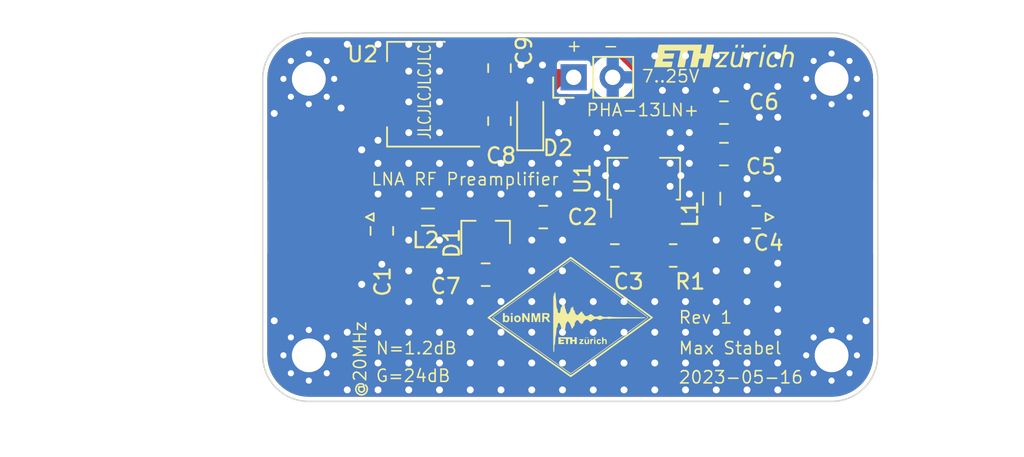
<source format=kicad_pcb>
(kicad_pcb (version 20221018) (generator pcbnew)
  (title_block (title "Low-noise RF Preamplifier") (date "2023-05-16") (rev "1") (company "ETH Zürich") (comment 1 "Maximilian Stabel") (comment 4 "AISLER Project ID: OPBJJFTR"))
  (layers (0 "F.Cu" mixed) (31 "B.Cu" power) (34 "B.Paste" user) (35 "F.Paste" user) (36 "B.SilkS" user "B.Silkscreen") (37 "F.SilkS" user "F.Silkscreen") (38 "B.Mask" user) (39 "F.Mask" user) (44 "Edge.Cuts" user))
  (net 0 "")
  (net 1 "GND")
  (net 2 "Net-(C3-Pad2)")
  (net 3 "VDD")
  (net 4 "+5V")
  (net 5 "Net-(D1-A)")
  (net 6 "/rf_in")
  (net 7 "/rf_lna_in")
  (net 8 "/rf_clamp")
  (net 9 "/rf_out")
  (net 10 "/rf_lna_out")
  (net 11 "Net-(#FLG02-pwr)")
  (footprint "Capacitor_SMD:C_0805_2012Metric" (layer "F.Cu") (at 161.586 90.086 180)
    (fp_text reference "C5" (at -2.4 -0.8 180) (layer "F.SilkS"))
    (fp_text value "1n,50V,10%")
    (pad "1" smd roundrect (at -0.95 0 180) (size 1 1.45) (layers "F.Cu" "F.Paste" "F.Mask") (net 1 "GND"))
    (pad "2" smd roundrect (at 0.95 0 180) (size 1 1.45) (layers "F.Cu" "F.Paste" "F.Mask") (net 4 "+5V"))
  )
  (footprint "Capacitor_SMD:C_0805_2012Metric" (layer "F.Cu") (at 146.086 97.936)
    (fp_text reference "C7" (at -2.6 0.75) (layer "F.SilkS"))
    (fp_text value "100n,50V,10%")
    (pad "1" smd roundrect (at -0.95 0) (size 1 1.45) (layers "F.Cu" "F.Paste" "F.Mask") (net 5 "Net-(D1-A)"))
    (pad "2" smd roundrect (at 0.95 0) (size 1 1.45) (layers "F.Cu" "F.Paste" "F.Mask") (net 1 "GND"))
  )
  (footprint "Capacitor_SMD:C_0805_2012Metric" (layer "F.Cu") (at 139.336 95.086 -90)
    (fp_text reference "C1" (at 3.3 -0.05 -90) (layer "F.SilkS"))
    (fp_text value "1p5,50V,10%")
    (pad "1" smd roundrect (at -0.95 0 270) (size 1 1.45) (layers "F.Cu" "F.Paste" "F.Mask") (net 6 "/rf_in"))
    (pad "2" smd roundrect (at 0.95 0 270) (size 1 1.45) (layers "F.Cu" "F.Paste" "F.Mask") (net 1 "GND"))
  )
  (footprint "Capacitor_SMD:C_0805_2012Metric" (layer "F.Cu") (at 161.586 87.386 180)
    (fp_text reference "C6" (at -2.6 0.7 180) (layer "F.SilkS"))
    (fp_text value "10u,25V,10%")
    (pad "1" smd roundrect (at -0.95 0 180) (size 1 1.45) (layers "F.Cu" "F.Paste" "F.Mask") (net 1 "GND"))
    (pad "2" smd roundrect (at 0.95 0 180) (size 1 1.45) (layers "F.Cu" "F.Paste" "F.Mask") (net 4 "+5V"))
  )
  (footprint "Connector_Coaxial:SMA_Molex_73251-1153_EdgeMount_Horizontal" (layer "F.Cu") (at 166.796 94.186 180)
    (fp_text reference "J2" hide)
    (fp_text value "RF_OUT" hide)
    (pad "1" smd rect locked (at -1.72 0 180) (size 5.08 2.29) (layers "F.Cu" "F.Paste" "F.Mask") (net 9 "/rf_out") (clearance 1))
    (pad "2" smd rect locked (at -1.72 -4.38 180) (size 5.08 2.42) (layers "F.Cu" "F.Paste" "F.Mask") (net 1 "GND"))
    (pad "2" smd rect locked (at -1.72 -4.38 180) (size 5.08 2.42) (layers "B.Cu" "B.Paste" "B.Mask") (net 1 "GND"))
    (pad "2" smd rect locked (at -1.72 4.38 180) (size 5.08 2.42) (layers "F.Cu" "F.Paste" "F.Mask") (net 1 "GND"))
    (pad "2" smd rect locked (at -1.72 4.38 180) (size 5.08 2.42) (layers "B.Cu" "B.Paste" "B.Mask") (net 1 "GND"))
    (pad "2" smd rect locked (at 1.27 -4.38 180) (size 0.95 0.46) (layers "F.Cu") (net 1 "GND"))
    (pad "2" smd rect locked (at 1.27 -4.38 180) (size 0.95 0.46) (layers "B.Cu") (net 1 "GND"))
    (pad "2" smd rect locked (at 1.27 4.38 180) (size 0.95 0.46) (layers "F.Cu") (net 1 "GND"))
    (pad "2" smd rect locked (at 1.27 4.38 180) (size 0.95 0.46) (layers "B.Cu") (net 1 "GND"))
    (pad "2" thru_hole circle locked (at 1.72 -4.38 180) (size 0.97 0.97) (drill 0.46) (layers "*.Cu") (net 1 "GND"))
    (pad "2" thru_hole circle locked (at 1.72 4.38 180) (size 0.97 0.97) (drill 0.46) (layers "*.Cu") (net 1 "GND"))
  )
  (footprint "Capacitor_SMD:C_0805_2012Metric" (layer "F.Cu") (at 163.686 94.186 180)
    (fp_text reference "C4" (at -0.8 -1.68 180) (layer "F.SilkS"))
    (fp_text value "2u2,25V,10%")
    (pad "1" smd roundrect (at -0.95 0 180) (size 1 1.45) (layers "F.Cu" "F.Paste" "F.Mask") (net 9 "/rf_out"))
    (pad "2" smd roundrect (at 0.95 0 180) (size 1 1.45) (layers "F.Cu" "F.Paste" "F.Mask") (net 10 "/rf_lna_out"))
  )
  (footprint "Resistor_SMD:R_0805_2012Metric" (layer "F.Cu") (at 158.286 96.686)
    (fp_text reference "R1" (at 1.1 1.7) (layer "F.SilkS"))
    (fp_text value "1k5,1%")
    (pad "1" smd roundrect (at -0.9125 0) (size 1.025 1.4) (layers "F.Cu" "F.Paste" "F.Mask") (roundrect_rratio 0.243902439) (net 2 "Net-(C3-Pad2)"))
    (pad "2" smd roundrect (at 0.9125 0) (size 1.025 1.4) (layers "F.Cu" "F.Paste" "F.Mask") (roundrect_rratio 0.243902439) (net 10 "/rf_lna_out"))
  )
  (footprint "Package_TO_SOT_SMD:SOT-89-3_Handsoldering" (layer "F.Cu") (at 156.3735 91.686 90)
    (fp_text reference "U1" (at 0 -3.9875 90) (layer "F.SilkS"))
    (fp_text value "PHA-13LN")
    (pad "1" smd rect (at -2.45 -1.5 90) (size 2.3 0.9) (layers "F.Cu" "F.Paste" "F.Mask") (net 7 "/rf_lna_in"))
    (pad "2" smd custom (at -2.3625 0 90) (size 2.475 0.9) (layers "F.Cu" "F.Paste" "F.Mask") (net 1 "GND") (options (clearance outline) (anchor rect)) (primitives (gr_poly (pts (xy 5.3625 0.8665) (xy 1.2375 0.8665) (xy 1.2375 -0.8665) (xy 5.3625 -0.8665)) (width 0) (fill yes))))
    (pad "3" smd rect (at -2.45 1.5 90) (size 2.3 0.9) (layers "F.Cu" "F.Paste" "F.Mask") (net 10 "/rf_lna_out"))
  )
  (footprint "Inductor_SMD:L_0805_2012Metric" (layer "F.Cu") (at 142.336 94.186)
    (fp_text reference "L2" (at -0.15 1.5) (layer "F.SilkS"))
    (fp_text value "5n1,5%,Unshld")
    (pad "1" smd roundrect (at -1.0625 0) (size 0.875 1.2) (layers "F.Cu" "F.Paste" "F.Mask") (net 6 "/rf_in"))
    (pad "2" smd roundrect (at 1.0625 0) (size 0.875 1.2) (layers "F.Cu" "F.Paste" "F.Mask") (net 8 "/rf_clamp"))
  )
  (footprint "Inductor_SMD:L_0805_2012Metric" (layer "F.Cu") (at 160.786 92.986 -90)
    (fp_text reference "L1" (at 1 1.4 -90) (layer "F.SilkS"))
    (fp_text value "15u")
    (pad "1" smd roundrect (at -1.0625 0 270) (size 0.875 1.2) (layers "F.Cu" "F.Paste" "F.Mask") (net 4 "+5V"))
    (pad "2" smd roundrect (at 1.0625 0 270) (size 0.875 1.2) (layers "F.Cu" "F.Paste" "F.Mask") (net 10 "/rf_lna_out"))
  )
  (footprint "Package_TO_SOT_SMD:SOT-23" (layer "F.Cu") (at 146.086 95.186 90)
    (fp_text reference "D1" (at -0.7 -2.2 90) (layer "F.SilkS"))
    (fp_text value "BAV99")
    (pad "1" smd rect (at -1 -0.95 90) (size 0.9 0.8) (layers "F.Cu" "F.Paste" "F.Mask") (net 5 "Net-(D1-A)"))
    (pad "2" smd rect (at -1 0.95 90) (size 0.9 0.8) (layers "F.Cu" "F.Paste" "F.Mask") (net 5 "Net-(D1-A)"))
    (pad "3" smd rect (at 1 0 90) (size 0.9 0.8) (layers "F.Cu" "F.Paste" "F.Mask") (net 8 "/rf_clamp"))
  )
  (footprint "Connector_Coaxial:SMA_Molex_73251-1153_EdgeMount_Horizontal" (layer "F.Cu") (at 136.306 94.186)
    (fp_text reference "J1" hide)
    (fp_text value "RF_IN" hide)
    (pad "1" smd rect locked (at -1.72 0) (size 5.08 2.29) (layers "F.Cu" "F.Paste" "F.Mask") (net 6 "/rf_in") (clearance 1))
    (pad "2" smd rect locked (at -1.72 -4.38) (size 5.08 2.42) (layers "F.Cu" "F.Paste" "F.Mask") (net 1 "GND"))
    (pad "2" smd rect locked (at -1.72 -4.38) (size 5.08 2.42) (layers "B.Cu" "B.Paste" "B.Mask") (net 1 "GND"))
    (pad "2" smd rect locked (at -1.72 4.38) (size 5.08 2.42) (layers "F.Cu" "F.Paste" "F.Mask") (net 1 "GND"))
    (pad "2" smd rect locked (at -1.72 4.38) (size 5.08 2.42) (layers "B.Cu" "B.Paste" "B.Mask") (net 1 "GND"))
    (pad "2" smd rect locked (at 1.27 -4.38) (size 0.95 0.46) (layers "F.Cu") (net 1 "GND"))
    (pad "2" smd rect locked (at 1.27 -4.38) (size 0.95 0.46) (layers "B.Cu") (net 1 "GND"))
    (pad "2" smd rect locked (at 1.27 4.38) (size 0.95 0.46) (layers "F.Cu") (net 1 "GND"))
    (pad "2" smd rect locked (at 1.27 4.38) (size 0.95 0.46) (layers "B.Cu") (net 1 "GND"))
    (pad "2" thru_hole circle locked (at 1.72 -4.38) (size 0.97 0.97) (drill 0.46) (layers "*.Cu") (net 1 "GND"))
    (pad "2" thru_hole circle locked (at 1.72 4.38) (size 0.97 0.97) (drill 0.46) (layers "*.Cu") (net 1 "GND"))
  )
  (footprint "Capacitor_SMD:C_0805_2012Metric" (layer "F.Cu") (at 149.836 94.186 180)
    (fp_text reference "C2" (at -2.55 0 180) (layer "F.SilkS"))
    (fp_text value "2u2,25V,10%")
    (pad "1" smd roundrect (at -0.95 0 180) (size 1 1.45) (layers "F.Cu" "F.Paste" "F.Mask") (net 7 "/rf_lna_in"))
    (pad "2" smd roundrect (at 0.95 0 180) (size 1 1.45) (layers "F.Cu" "F.Paste" "F.Mask") (net 8 "/rf_clamp"))
  )
  (footprint "Package_TO_SOT_SMD:SOT-223-3_TabPin2" (layer "F.Cu") (at 141.586 86.186 180)
    (fp_text reference "U2" (at 3.5 2.6) (layer "F.SilkS"))
    (fp_text value "7805")
    (pad "1" smd rect (at -3.15 -2.3 180) (size 2 1.5) (layers "F.Cu" "F.Paste" "F.Mask") (net 11 "Net-(#FLG02-pwr)"))
    (pad "2" smd rect (at -3.15 0 180) (size 2 1.5) (layers "F.Cu" "F.Paste" "F.Mask") (net 1 "GND"))
    (pad "2" smd rect (at 3.15 0 180) (size 2 3.8) (layers "F.Cu" "F.Paste" "F.Mask") (net 1 "GND"))
    (pad "3" smd rect (at -3.15 2.3 180) (size 2 1.5) (layers "F.Cu" "F.Paste" "F.Mask") (net 4 "+5V"))
  )
  (footprint "Capacitor_SMD:C_0805_2012Metric" (layer "F.Cu") (at 154.486 96.686)
    (fp_text reference "C3" (at 0.9 1.7) (layer "F.SilkS"))
    (fp_text value "100n,50V,10%")
    (pad "1" smd roundrect (at -0.95 0) (size 1 1.45) (layers "F.Cu" "F.Paste" "F.Mask") (net 7 "/rf_lna_in"))
    (pad "2" smd roundrect (at 0.95 0) (size 1 1.45) (layers "F.Cu" "F.Paste" "F.Mask") (net 2 "Net-(C3-Pad2)"))
  )
  (footprint "Connector_PinHeader_2.54mm:PinHeader_1x02_P2.54mm_Vertical" (layer "F.Cu") (at 151.811 85.086 90)
    (fp_text reference "J3" hide)
    (fp_text value "Power")
    (pad "1" thru_hole rect (at 0 0 90) (size 1.7 1.7) (drill 1) (layers "*.Cu" "*.Mask") (net 3 "VDD"))
    (pad "2" thru_hole oval (at 0 2.54 90) (size 1.7 1.7) (drill 1) (layers "*.Cu" "*.Mask") (net 1 "GND"))
  )
  (footprint "Capacitor_SMD:C_0805_2012Metric" (layer "F.Cu") (at 146.986 87.936 90)
    (fp_text reference "C8" (at -2.25 0.1) (layer "F.SilkS"))
    (fp_text value "1u,50V,10%")
    (pad "1" smd roundrect (at -0.95 0 90) (size 1 1.45) (layers "F.Cu" "F.Paste" "F.Mask") (net 11 "Net-(#FLG02-pwr)"))
    (pad "2" smd roundrect (at 0.95 0 90) (size 1 1.45) (layers "F.Cu" "F.Paste" "F.Mask") (net 1 "GND"))
  )
  (footprint "Capacitor_SMD:C_0805_2012Metric" (layer "F.Cu") (at 146.986 84.486 -90)
    (fp_text reference "C9" (at -1.1 -1.6 -90) (layer "F.SilkS"))
    (fp_text value "1u,50V,10%")
    (pad "1" smd roundrect (at -0.95 0 270) (size 1 1.45) (layers "F.Cu" "F.Paste" "F.Mask") (net 4 "+5V"))
    (pad "2" smd roundrect (at 0.95 0 270) (size 1 1.45) (layers "F.Cu" "F.Paste" "F.Mask") (net 1 "GND"))
  )
  (footprint "Diode_SMD:D_SOD-323_HandSoldering" (layer "F.Cu") (at 148.986 87.936 90)
    (fp_text reference "D2" (at -1.75 1.8 180) (layer "F.SilkS"))
    (fp_text value "BAS321Z")
    (pad "1" smd rect (at -1.25 0 90) (size 1 1) (layers "F.Cu" "F.Paste" "F.Mask") (net 11 "Net-(#FLG02-pwr)"))
    (pad "2" smd rect (at 1.25 0 90) (size 1 1) (layers "F.Cu" "F.Paste" "F.Mask") (net 3 "VDD"))
  )
  (footprint "LOGO" (layer "F.Cu") (at 151.586 100.686)
    (fp_text reference "G***" hide)
    (fp_text value "LOGO" hide)
  )
  (footprint "MountingHole:MountingHole_2.2mm_M2_Pad_Via" (layer "F.Cu") (at 134.586 85.186 180)
    (fp_text reference "H1" hide)
    (fp_text value "MountingHole_Pad" hide)
    (pad "1" thru_hole circle locked (at -1.65 0 180) (size 0.7 0.7) (drill 0.4) (layers "*.Cu" "*.Mask") (net 1 "GND"))
    (pad "1" thru_hole circle locked (at -1.166726 -1.166726 180) (size 0.7 0.7) (drill 0.4) (layers "*.Cu" "*.Mask") (net 1 "GND"))
    (pad "1" thru_hole circle locked (at -1.166726 1.166726 180) (size 0.7 0.7) (drill 0.4) (layers "*.Cu" "*.Mask") (net 1 "GND"))
    (pad "1" thru_hole circle locked (at 0 -1.65 180) (size 0.7 0.7) (drill 0.4) (layers "*.Cu" "*.Mask") (net 1 "GND"))
    (pad "1" thru_hole circle locked (at 0 0 180) (size 4.4 4.4) (drill 2.2) (layers "*.Cu" "*.Mask") (net 1 "GND"))
    (pad "1" thru_hole circle locked (at 0 1.65 180) (size 0.7 0.7) (drill 0.4) (layers "*.Cu" "*.Mask") (net 1 "GND"))
    (pad "1" thru_hole circle locked (at 1.166726 -1.166726 180) (size 0.7 0.7) (drill 0.4) (layers "*.Cu" "*.Mask") (net 1 "GND"))
    (pad "1" thru_hole circle locked (at 1.166726 1.166726 180) (size 0.7 0.7) (drill 0.4) (layers "*.Cu" "*.Mask") (net 1 "GND"))
    (pad "1" thru_hole circle locked (at 1.65 0 180) (size 0.7 0.7) (drill 0.4) (layers "*.Cu" "*.Mask") (net 1 "GND"))
  )
  (footprint "LOGO" (layer "F.Cu") (at 161.586 83.686)
    (fp_text reference "G***" hide)
    (fp_text value "LOGO" hide)
  )
  (footprint "MountingHole:MountingHole_2.2mm_M2_Pad_Via" (layer "F.Cu") (at 168.586 103.186 180)
    (fp_text reference "H4" hide)
    (fp_text value "MountingHole_Pad" hide)
    (pad "1" thru_hole circle locked (at -1.65 0 180) (size 0.7 0.7) (drill 0.4) (layers "*.Cu" "*.Mask") (net 1 "GND"))
    (pad "1" thru_hole circle locked (at -1.166726 -1.166726 180) (size 0.7 0.7) (drill 0.4) (layers "*.Cu" "*.Mask") (net 1 "GND"))
    (pad "1" thru_hole circle locked (at -1.166726 1.166726 180) (size 0.7 0.7) (drill 0.4) (layers "*.Cu" "*.Mask") (net 1 "GND"))
    (pad "1" thru_hole circle locked (at 0 -1.65 180) (size 0.7 0.7) (drill 0.4) (layers "*.Cu" "*.Mask") (net 1 "GND"))
    (pad "1" thru_hole circle locked (at 0 0 180) (size 4.4 4.4) (drill 2.2) (layers "*.Cu" "*.Mask") (net 1 "GND"))
    (pad "1" thru_hole circle locked (at 0 1.65 180) (size 0.7 0.7) (drill 0.4) (layers "*.Cu" "*.Mask") (net 1 "GND"))
    (pad "1" thru_hole circle locked (at 1.166726 -1.166726 180) (size 0.7 0.7) (drill 0.4) (layers "*.Cu" "*.Mask") (net 1 "GND"))
    (pad "1" thru_hole circle locked (at 1.166726 1.166726 180) (size 0.7 0.7) (drill 0.4) (layers "*.Cu" "*.Mask") (net 1 "GND"))
    (pad "1" thru_hole circle locked (at 1.65 0 180) (size 0.7 0.7) (drill 0.4) (layers "*.Cu" "*.Mask") (net 1 "GND"))
  )
  (footprint "MountingHole:MountingHole_2.2mm_M2_Pad_Via" (layer "F.Cu") (at 134.586 103.186 180)
    (fp_text reference "H3" hide)
    (fp_text value "MountingHole_Pad" hide)
    (pad "1" thru_hole circle locked (at -1.65 0 180) (size 0.7 0.7) (drill 0.4) (layers "*.Cu" "*.Mask") (net 1 "GND"))
    (pad "1" thru_hole circle locked (at -1.166726 -1.166726 180) (size 0.7 0.7) (drill 0.4) (layers "*.Cu" "*.Mask") (net 1 "GND"))
    (pad "1" thru_hole circle locked (at -1.166726 1.166726 180) (size 0.7 0.7) (drill 0.4) (layers "*.Cu" "*.Mask") (net 1 "GND"))
    (pad "1" thru_hole circle locked (at 0 -1.65 180) (size 0.7 0.7) (drill 0.4) (layers "*.Cu" "*.Mask") (net 1 "GND"))
    (pad "1" thru_hole circle locked (at 0 0 180) (size 4.4 4.4) (drill 2.2) (layers "*.Cu" "*.Mask") (net 1 "GND"))
    (pad "1" thru_hole circle locked (at 0 1.65 180) (size 0.7 0.7) (drill 0.4) (layers "*.Cu" "*.Mask") (net 1 "GND"))
    (pad "1" thru_hole circle locked (at 1.166726 -1.166726 180) (size 0.7 0.7) (drill 0.4) (layers "*.Cu" "*.Mask") (net 1 "GND"))
    (pad "1" thru_hole circle locked (at 1.166726 1.166726 180) (size 0.7 0.7) (drill 0.4) (layers "*.Cu" "*.Mask") (net 1 "GND"))
    (pad "1" thru_hole circle locked (at 1.65 0 180) (size 0.7 0.7) (drill 0.4) (layers "*.Cu" "*.Mask") (net 1 "GND"))
  )
  (footprint "MountingHole:MountingHole_2.2mm_M2_Pad_Via" (layer "F.Cu") (at 168.586 85.186 180)
    (fp_text reference "H2" hide)
    (fp_text value "MountingHole_Pad" hide)
    (pad "1" thru_hole circle locked (at -1.65 0 180) (size 0.7 0.7) (drill 0.4) (layers "*.Cu" "*.Mask") (net 1 "GND"))
    (pad "1" thru_hole circle locked (at -1.166726 -1.166726 180) (size 0.7 0.7) (drill 0.4) (layers "*.Cu" "*.Mask") (net 1 "GND"))
    (pad "1" thru_hole circle locked (at -1.166726 1.166726 180) (size 0.7 0.7) (drill 0.4) (layers "*.Cu" "*.Mask") (net 1 "GND"))
    (pad "1" thru_hole circle locked (at 0 -1.65 180) (size 0.7 0.7) (drill 0.4) (layers "*.Cu" "*.Mask") (net 1 "GND"))
    (pad "1" thru_hole circle locked (at 0 0 180) (size 4.4 4.4) (drill 2.2) (layers "*.Cu" "*.Mask") (net 1 "GND"))
    (pad "1" thru_hole circle locked (at 0 1.65 180) (size 0.7 0.7) (drill 0.4) (layers "*.Cu" "*.Mask") (net 1 "GND"))
    (pad "1" thru_hole circle locked (at 1.166726 -1.166726 180) (size 0.7 0.7) (drill 0.4) (layers "*.Cu" "*.Mask") (net 1 "GND"))
    (pad "1" thru_hole circle locked (at 1.166726 1.166726 180) (size 0.7 0.7) (drill 0.4) (layers "*.Cu" "*.Mask") (net 1 "GND"))
    (pad "1" thru_hole circle locked (at 1.65 0 180) (size 0.7 0.7) (drill 0.4) (layers "*.Cu" "*.Mask") (net 1 "GND"))
  )
  (gr_arc locked (start 131.586 85.186) (mid 132.46468 83.06468) (end 134.586 82.186) (stroke (width 0.1)) (layer "Edge.Cuts"))
  (gr_line locked (start 171.586 85.186) (end 171.586 103.186) (stroke (width 0.1)) (layer "Edge.Cuts"))
  (gr_arc locked (start 168.586 82.186) (mid 170.70732 83.06468) (end 171.586 85.186) (stroke (width 0.1)) (layer "Edge.Cuts"))
  (gr_arc locked (start 171.586 103.186) (mid 170.70732 105.30732) (end 168.586 106.186) (stroke (width 0.1)) (layer "Edge.Cuts"))
  (gr_line locked (start 134.586 82.186) (end 168.586 82.186) (stroke (width 0.1)) (layer "Edge.Cuts"))
  (gr_line locked (start 168.586 106.186) (end 134.586 106.186) (stroke (width 0.1)) (layer "Edge.Cuts"))
  (gr_arc locked (start 134.586 106.186) (mid 132.46468 105.30732) (end 131.586 103.186) (stroke (width 0.1)) (layer "Edge.Cuts"))
  (gr_line locked (start 131.586 103.186) (end 131.586 85.186) (stroke (width 0.1)) (layer "Edge.Cuts"))
  (gr_text "+" (at 151.286 83.486) (layer "F.SilkS") (effects (font (size 0.8 0.8) (thickness 0.1)) (justify left bottom)))
  (gr_text "2023-05-16" (at 158.586 105.086) (layer "F.SilkS") (effects (font (size 0.8 0.8) (thickness 0.1)) (justify left bottom)))
  (gr_text "LNA RF Preamplifier" (at 138.586 92.186) (layer "F.SilkS") (effects (font (size 0.8 0.8) (thickness 0.1)) (justify left bottom)))
  (gr_text "-" (at 154.786 82.686 180) (layer "F.SilkS") (effects (font (size 0.8 0.8) (thickness 0.1)) (justify left bottom)))
  (gr_text "JLCJLCJLCJLC" (at 142.586 89.186 90) (layer "F.SilkS") (effects (font (size 0.8 0.6) (thickness 0.1)) (justify left bottom)))
  (gr_text "Rev 1" (at 158.586 101.186) (layer "F.SilkS") (effects (font (size 0.8 0.8) (thickness 0.1)) (justify left bottom)))
  (gr_text "@20MHz" (at 138.386 105.986 90) (layer "F.SilkS") (effects (font (size 0.8 0.8) (thickness 0.1)) (justify left bottom)))
  (gr_text "N=1.2dB" (at 138.886 103.186) (layer "F.SilkS") (effects (font (size 0.8 0.8) (thickness 0.1)) (justify left bottom)))
  (gr_text "Max Stabel" (at 158.586 103.186) (layer "F.SilkS") (effects (font (size 0.8 0.8) (thickness 0.1)) (justify left bottom)))
  (gr_text "PHA-13LN+" (at 152.586 87.686) (layer "F.SilkS") (effects (font (size 0.8 0.8) (thickness 0.1)) (justify left bottom)))
  (gr_text "G=24dB" (at 138.886 104.986) (layer "F.SilkS") (effects (font (size 0.8 0.8) (thickness 0.1)) (justify left bottom)))
  (gr_text "7..25V" (at 156.186 85.486) (layer "F.SilkS") (effects (font (size 0.8 0.8) (thickness 0.1)) (justify left bottom)))
  (segment (start 162.7235 87.286) (end 162.7235 90.086) (width 1) (layer "F.Cu") (net 1))
  (segment (start 146.111 99.361) (end 138.821 99.361) (width 1) (layer "F.Cu") (net 1))
  (segment (start 168.516 98.566) (end 168.516 103.116) (width 1) (layer "F.Cu") (net 1))
  (segment (start 146.986 85.436) (end 146.986 86.986) (width 1) (layer "F.Cu") (net 1))
  (segment (start 139.336 96.2235) (end 139.336 97.256) (width 1) (layer "F.Cu") (net 1))
  (segment (start 165.056 89.786) (end 165.076 89.806) (width 1) (layer "F.Cu") (net 1))
  (segment (start 168.516 103.116) (end 168.586 103.186) (width 1) (layer "F.Cu") (net 1))
  (segment (start 162.7235 90.086) (end 163.0235 89.786) (width 1) (layer "F.Cu") (net 1))
  (segment (start 144.736 86.186) (end 146.236 86.186) (width 1) (layer "F.Cu") (net 1))
  (segment (start 138.821 99.361) (end 138.026 98.566) (width 1) (layer "F.Cu") (net 1))
  (segment (start 153.336 88.686) (end 156.3735 91.7235) (width 0.5) (layer "F.Cu") (net 1))
  (segment (start 147.036 97.936) (end 147.036 98.436) (width 1) (layer "F.Cu") (net 1))
  (segment (start 163.0235 89.786) (end 165.056 89.786) (width 1) (layer "F.Cu") (net 1))
  (segment (start 139.336 97.256) (end 138.026 98.566) (width 1) (layer "F.Cu") (net 1))
  (segment (start 147.136 85.286) (end 146.986 85.436) (width 0.5) (layer "F.Cu") (net 1))
  (segment (start 146.236 86.186) (end 146.986 85.436) (width 1) (layer "F.Cu") (net 1))
  (segment (start 168.586 89.736) (end 168.516 89.806) (width 1) (layer "F.Cu") (net 1))
  (segment (start 135.586 86.186) (end 134.586 85.186) (width 1) (layer "F.Cu") (net 1))
  (segment (start 146.986 86.986) (end 146.986 86.936) (width 1) (layer "F.Cu") (net 1))
  (segment (start 134.586 103.186) (end 134.586 98.566) (width 1) (layer "F.Cu") (net 1))
  (segment (start 138.436 86.186) (end 144.736 86.186) (width 1) (layer "F.Cu") (net 1))
  (segment (start 147.036 98.436) (end 146.111 99.361) (width 1) (layer "F.Cu") (net 1))
  (segment (start 156.3735 91.6485) (end 159.336 88.686) (width 0.5) (layer "F.Cu") (net 1))
  (segment (start 146.986 86.936) (end 146.236 86.186) (width 1) (layer "F.Cu") (net 1))
  (segment (start 134.586 85.186) (end 134.586 89.806) (width 1) (layer "F.Cu") (net 1))
  (segment (start 148.986 85.286) (end 147.136 85.286) (width 0.5) (layer "F.Cu") (net 1))
  (segment (start 168.586 85.186) (end 168.586 89.736) (width 1) (layer "F.Cu") (net 1))
  (via (at 163.086 101.686) (size 0.8) (drill 0.45) (layers "F.Cu" "B.Cu") (net 1))
  (via (at 161.086 85.936) (size 0.8) (drill 0.45) (layers "F.Cu" "B.Cu") (net 1))
  (via (at 143.086 103.686) (size 0.8) (drill 0.45) (layers "F.Cu" "B.Cu") (net 1))
  (via (at 151.086 105.436) (size 0.8) (drill 0.45) (layers "F.Cu" "B.Cu") (net 1))
  (via (at 155.086 105.436) (size 0.8) (drill 0.45) (layers "F.Cu" "B.Cu") (net 1))
  (via (at 161.086 83.686) (size 0.8) (drill 0.45) (layers "F.Cu" "B.Cu") (net 1))
  (via (at 151.058251 86.672627) (size 0.8) (drill 0.45) (layers "F.Cu" "B.Cu") (net 1))
  (via (at 161.086 101.686) (size 0.8) (drill 0.45) (layers "F.Cu" "B.Cu") (net 1))
  (via (at 159.336 90.686) (size 0.8) (drill 0.45) (layers "F.Cu" "B.Cu") (net 1))
  (via (at 155.086 101.686) (size 0.8) (drill 0.45) (layers "F.Cu" "B.Cu") (net 1))
  (via (at 151.086 101.686) (size 0.8) (drill 0.45) (layers "F.Cu" "B.Cu") (net 1))
  (via (at 141.086 97.686) (size 0.8) (drill 0.45) (layers "F.Cu" "B.Cu") (net 1))
  (via (at 165.086 87.686) (size 0.8) (drill 0.45) (layers "F.Cu" "B.Cu") (net 1))
  (via (at 150.836 88.686) (size 0.8) (drill 0.45) (layers "F.Cu" "B.Cu") (net 1))
  (via (at 163.086 103.686) (size 0.8) (drill 0.45) (layers "F.Cu" "B.Cu") (net 1))
  (via (at 143.086 101.686) (size 0.8) (drill 0.45) (layers "F.Cu" "B.Cu") (net 1))
  (via (at 143.086 105.436) (size 0.8) (drill 0.45) (layers "F.Cu" "B.Cu") (net 1))
  (via (at 149.086 101.686) (size 0.8) (drill 0.45) (layers "F.Cu" "B.Cu") (net 1))
  (via (at 137.086 82.936) (size 0.8) (drill 0.45) (layers "F.Cu" "B.Cu") (net 1))
  (via (at 157.586 85.936) (size 0.8) (drill 0.45) (layers "F.Cu" "B.Cu") (net 1))
  (via (at 141.086 103.686) (size 0.8) (drill 0.45) (layers "F.Cu" "B.Cu") (net 1))
  (via (at 163.086 105.436) (size 0.8) (drill 0.45) (layers "F.Cu" "B.Cu") (net 1))
  (via (at 143.086 99.686) (size 0.8) (drill 0.45) (layers "F.Cu" "B.Cu") (net 1))
  (via (at 141.086 86.686) (size 0.8) (drill 0.45) (layers "F.Cu" "B.Cu") (net 1))
  (via (at 154.586 92.186) (size 0.8) (drill 0.45) (layers "F.Cu" "B.Cu") (net 1))
  (via (at 150.836 92.686) (size 0.8) (drill 0.45) (layers "F.Cu" "B.Cu") (net 1))
  (via (at 163.086 99.686) (size 0.8) (drill 0.45) (layers "F.Cu" "B.Cu") (net 1))
  (via (at 149.086 92.686) (size 0.8) (drill 0.45) (layers "F.Cu" "B.Cu") (net 1))
  (via (at 170.836 100.936) (size 0.8) (drill 0.45) (layers "F.Cu" "B.Cu") (net 1))
  (via (at 165.086 101.686) (size 0.8) (drill 0.45) (layers "F.Cu" "B.Cu") (net 1))
  (via (at 161.086 103.686) (size 0.8) (drill 0.45) (layers "F.Cu" "B.Cu") (net 1))
  (via (at 165.086 91.686) (size 0.8) (drill 0.45) (layers "F.Cu" "B.Cu") (net 1))
  (via (at 157.086 105.436) (size 0.8) (drill 0.45) (layers "F.Cu" "B.Cu") (net 1))
  (via (at 136.686 87.086) (size 0.8) (drill 0.45) (layers "F.Cu" "B.Cu") (net 1))
  (via (at 163.086 95.686) (size 0.8) (drill 0.45) (layers "F.Cu" "B.Cu") (net 1))
  (via (at 145.086 105.436) (size 0.8) (drill 0.45) (layers "F.Cu" "B.Cu") (net 1))
  (via (at 143.086 84.686) (size 0.8) (drill 0.45) (layers "F.Cu" "B.Cu") (net 1))
  (via (at 153.336 88.686) (size 0.8) (drill 0.45) (layers "F.Cu" "B.Cu") (net 1))
  (via (at 143.086 86.686) (size 0.8) (drill 0.45) (layers "F.Cu" "B.Cu") (net 1))
  (via (at 153.336 92.686) (size 0.8) (drill 0.45) (layers "F.Cu" "B.Cu") (net 1))
  (via (at 158.086 88.686) (size 0.8) (drill 0.45) (layers "F.Cu" "B.Cu") (net 1))
  (via (at 143.086 95.686) (size 0.8) (drill 0.45) (layers "F.Cu" "B.Cu") (net 1))
  (via (at 149.086 95.686) (size 0.8) (drill 0.45) (layers "F.Cu" "B.Cu") (net 1))
  (via (at 158.786 89.686) (size 0.8) (drill 0.45) (layers "F.Cu" "B.Cu") (net 1))
  (via (at 141.086 82.936) (size 0.8) (drill 0.45) (layers "F.Cu" "B.Cu") (net 1))
  (via (at 147.086 103.686) (size 0.8) (drill 0.45) (layers "F.Cu" "B.Cu") (net 1))
  (via (at 145.086 99.686) (size 0.8) (drill 0.45) (layers "F.Cu" "B.Cu") (net 1))
  (via (at 163.886 87.686) (size 0.8) (drill 0.45) (layers "F.Cu" "B.Cu") (net 1))
  (via (at 158.086 90.686) (size 0.8) (drill 0.45) (layers "F.Cu" "B.Cu") (net 1))
  (via (at 158.086 92.186) (size 0.8) (drill 0.45) (layers "F.Cu" "B.Cu") (net 1))
  (via (at 139.086 105.436) (size 0.8) (drill 0.45) (layers "F.Cu" "B.Cu") (net 1))
  (via (at 155.086 103.686) (size 0.8) (drill 0.45) (layers "F.Cu" "B.Cu") (net 1))
  (via (at 163.086 92.686) (size 0.8) (drill 0.45) (layers "F.Cu" "B.Cu") (net 1))
  (via (at 141.086 95.686) (size 0.8) (drill 0.45) (layers "F.Cu" "B.Cu") (net 1))
  (via (at 159.086 105.436) (size 0.8) (drill 0.45) (layers "F.Cu" "B.Cu") (net 1))
  (via (at 139.086 103.686) (size 0.8) (drill 0.45) (layers "F.Cu" "B.Cu") (net 1))
  (via (at 149.086 90.686) (size 0.8) (drill 0.45) (layers "F.Cu" "B.Cu") (net 1))
  (via (at 159.086 99.686) (size 0.8) (drill 0.45) (layers "F.Cu" "B.Cu") (net 1))
  (via (at 141.086 84.686) (size 0.8) (drill 0.45) (layers "F.Cu" "B.Cu") (net 1))
  (via (at 170.836 87.436) (size 0.8) (drill 0.45) (layers "F.Cu" "B.Cu") (net 1))
  (via (at 159.086 103.686) (size 0.8) (drill 0.45) (layers "F.Cu" "B.Cu") (net 1))
  (via (at 139.086 92.686) (size 0.8) (drill 0.45) (layers "F.Cu" "B.Cu") (net 1))
  (via (at 149.086 97.686) (size 0.8) (drill 0.45) (layers "F.Cu" "B.Cu") (net 1))
  (via (at 139.336 97.256) (size 0.8) (drill 0.45) (layers "F.Cu" "B.Cu") (net 1))
  (via (at 161.086 99.686) (size 0.8) (drill 0.45) (layers "F.Cu" "B.Cu") (net 1))
  (via (at 149.786 84.286) (size 0.8) (drill 0.45) (layers "F.Cu" "B.Cu") (net 1))
  (via (at 165.086 103.686) (size 0.8) (drill 0.45) (layers "F.Cu" "B.Cu") (net 1))
  (via (at 157.086 99.686) (size 0.8) (drill 0.45) (layers "F.Cu" "B.Cu") (net 1))
  (via (at 143.086 92.686) (size 0.8) (drill 0.45) (layers "F.Cu" "B.Cu") (net 1))
  (via (at 147.086 101.686) (size 0.8) (drill 0.45) (layers "F.Cu" "B.Cu") (net 1))
  (via (at 153.086 99.686) (size 0.8) (drill 0.45) (layers "F.Cu" "B.Cu") (net 1))
  (via (at 141.086 99.686) (size 0.8) (drill 0.45) (layers "F.Cu" "B.Cu") (net 1))
  (via (at 161.086 105.436) (size 0.8) (drill 0.45) (layers "F.Cu" "B.Cu") (net 1))
  (via (at 141.086 88.686) (size 0.8) (drill 0.45) (layers "F.Cu" "B.Cu") (net 1))
  (via (at 153.086 103.686) (size 0.8) (drill 0.45) (layers "F.Cu" "B.Cu") (net 1))
  (via (at 165.086 83.686) (size 0.8) (drill 0.45) (layers "F.Cu" "B.Cu") (net 1))
  (via (at 139.086 101.686) (size 0.8) (drill 0.45) (layers "F.Cu" "B.Cu") (net 1))
  (via (at 154.586 90.686) (size 0.8) (drill 0.45) (layers "F.Cu" "B.Cu") (net 1))
  (via (at 157.086 103.686) (size 0.8) (drill 0.45) (layers "F.Cu" "B.Cu") (net 1))
  (via (at 139.086 90.686) (size 0.8) (drill 0.45) (layers "F.Cu" "B.Cu") (net 1))
  (via (at 150.836 90.686) (size 0.8) (drill 0.45) (layers "F.Cu" "B.Cu") (net 1))
  (via (at 148.986 85.286) (size 0.8) (drill 0.45) (layers "F.Cu" "B.Cu") (net 1))
  (via (at 161.086 95.686) (size 0.8) (drill 0.45) (layers "F.Cu" "B.Cu") (net 1))
  (via (at 145.086 92.686) (size 0.8) (drill 0.45) (layers "F.Cu" "B.Cu") (net 1))
  (via (at 149.086 99.686) (size 0.8) (drill 0.45) (layers "F.Cu" "B.Cu") (net 1))
  (via (at 149.086 105.436) (size 0.8) (drill 0.45) (layers "F.Cu" "B.Cu") (net 1))
  (via (at 158.786 91.486) (size 0.8) (drill 0.45) (layers "F.Cu" "B.Cu") (net 1))
  (via (at 132.336 100.936) (size 0.8) (drill 0.45) (layers "F.Cu" "B.Cu") (net 1))
  (via (at 151.086 95.686) (size 0.8) (drill 0.45) (layers "F.Cu" "B.Cu") (net 1))
  (via (at 155.086 99.686) (size 0.8) (drill 0.45) (layers "F.Cu" "B.Cu") (net 1))
  (via (at 163.086 85.686) (size 0.8) (drill 0.45) (layers "F.Cu" "B.Cu") (net 1))
  (via (at 153.086 105.436) (size 0.8) (drill 0.45) (layers "F.Cu" "B.Cu") (net 1))
  (via (at 148.386 84.286) (size 0.8) (drill 0.45) (layers "F.Cu" "B.Cu") (net 1))
  (via (at 143.086 90.686) (size 0.8) (drill 0.45) (layers "F.Cu" "B.Cu") (net 1))
  (via (at 141.086 105.436) (size 0.8) (drill 0.45) (layers "F.Cu" "B.Cu") (net 1))
  (via (at 147.086 105.436) (size 0.8) (drill 0.45) (layers "F.Cu" "B.Cu") (net 1))
  (via (at 139.086 82.936) (size 0.8) (drill 0.45) (layers "F.Cu" "B.Cu") (net 1))
  (via (at 153.986 89.686) (size 0.8) (drill 0.45) (layers "F.Cu" "B.Cu") (net 1))
  (via (at 151.086 99.686) (size 0.8) (drill 0.45) (layers "F.Cu" "B.Cu") (net 1))
  (via (at 143.086 82.936) (size 0.8) (drill 0.45) (layers "F.Cu" "B.Cu") (net 1))
  (via (at 163.086 83.686) (size 0.8) (drill 0.45) (layers "F.Cu" "B.Cu") (net 1))
  (via (at 145.086 90.686) (size 0.8) (drill 0.45) (layers "F.Cu" "B.Cu") (net 1))
  (via (at 141.086 92.686) (size 0.8) (drill 0.45) (layers "F.Cu" "B.Cu") (net 1))
  (via (at 161.086 97.686) (size 0.8) (drill 0.45) (layers "F.Cu" "B.Cu") (net 1))
  (via (at 154.586 88.686) (size 0.8) (drill 0.45) (layers "F.Cu" "B.Cu") (net 1))
  (via (at 157.086 101.686) (size 0.8) (drill 0.45) (layers "F.Cu" "B.Cu") (net 1))
  (via (at 151.086 103.686) (size 0.8) (drill 0.45) (layers "F.Cu" "B.Cu") (net 1))
  (via (at 157.086 83.686) (size 0.8) (drill 0.45) (layers "F.Cu" "B.Cu") (net 1))
  (via (at 137.086 101.686) (size 0.8) (drill 0.45) (layers "F.Cu" "B.Cu") (net 1))
  (via (at 145.086 103.686) (size 0.8) (drill 0.45) (layers "F.Cu" "B.Cu") (net 1))
  (via (at 143.086 97.686) (size 0.8) (drill 0.45) (layers "F.Cu" "B.Cu") (net 1))
  (via (at 137.086 105.436) (size 0.8) (drill 0.45) (layers "F.Cu" "B.Cu") (net 1))
  (via (at 147.086 99.686) (size 0.8) (drill 0.45) (layers "F.Cu" "B.Cu") (net 1))
  (via (at 147.086 90.686) (size 0.8) (drill 0.45) (layers "F.Cu" "B.Cu") (net 1))
  (via (at 153.086 101.686) (size 0.8) (drill 0.45) (layers "F.Cu" "B.Cu") (net 1))
  (via (at 145.086 101.686) (size 0.8) (drill 0.45) (layers "F.Cu" "B.Cu") (net 1))
  (via (at 139.086 89.186) (size 0.8) (drill 0.45) (layers "F.Cu" "B.Cu") (net 1))
  (via (at 153.336 90.686) (size 0.8) (drill 0.45) (layers "F.Cu" "B.Cu") (net 1))
  (via (at 141.086 101.686) (size 0.8) (drill 0.45) (layers "F.Cu" "B.Cu") (net 1))
  (via (at 159.086 101.686) (size 0.8) (drill 0.45) (layers "F.Cu" "B.Cu") (net 1))
  (via (at 153.886 91.486) (size 0.8) (drill 0.45) (layers "F.Cu" "B.Cu") (net 1))
  (via (at 143.086 88.686) (size 0.8) (drill 0.45) (layers "F.Cu" "B.Cu") (net 1))
  (via (at 159.336 88.686) (size 0.8) (drill 0.45) (layers "F.Cu" "B.Cu") (net 1))
  (via (at 165.086 100.186) (size 0.8) (drill 0.45) (layers "F.Cu" "B.Cu") (net 1))
  (via (at 163.086 91.686) (size 0.8) (drill 0.45) (layers "F.Cu" "B.Cu") (net 1))
  (via (at 165.086 85.686) (size 0.8) (drill 0.45) (layers "F.Cu" "B.Cu") (net 1))
  (via (at 163.086 97.686) (size 0.8) (drill 0.45) (layers "F.Cu" "B.Cu") (net 1))
  (via (at 159.086 83.686) (size 0.8) (drill 0.45) (layers "F.Cu" "B.Cu") (net 1))
  (via (at 165.086 105.436) (size 0.8) (drill 0.45) (layers "F.Cu" "B.Cu") (net 1))
  (via (at 159.336 92.686) (size 0.8) (drill 0.45) (layers "F.Cu" "B.Cu") (net 1))
  (via (at 149.086 103.686) (size 0.8) (drill 0.45) (layers "F.Cu" "B.Cu") (net 1))
  (via (at 147.086 92.686) (size 0.8) (drill 0.45) (layers "F.Cu" "B.Cu") (net 1))
  (via (at 141.086 90.686) (size 0.8) (drill 0.45) (layers "F.Cu" "B.Cu") (net 1))
  (via (at 132.336 87.436) (size 0.8) (drill 0.45) (layers "F.Cu" "B.Cu") (net 1))
  (via (at 165.086 97.186) (size 0.8) (drill 0.45) (layers "F.Cu" "B.Cu") (net 1))
  (via (at 151.086 97.686) (size 0.8) (drill 0.45) (layers "F.Cu" "B.Cu") (net 1))
  (via (at 159.086 85.936) (size 0.8) (drill 0.45) (layers "F.Cu" "B.Cu") (net 1))
  (segment (start 168.516 89.806) (end 168.586 89.736) (width 1) (layer "B.Cu") (net 1))
  (segment (start 134.586 103.186) (end 134.586 98.566) (width 1) (layer "B.Cu") (net 1))
  (segment (start 163.886 87.686) (end 162.886 88.686) (width 0.5) (layer "B.Cu") (net 1))
  (segment (start 168.516 98.566) (end 168.516 103.116) (width 1) (layer "B.Cu") (net 1))
  (segment (start 162.886 88.686) (end 159.336 88.686) (width 0.5) (layer "B.Cu") (net 1))
  (segment (start 134.586 85.186) (end 134.586 89.806) (width 1) (layer "B.Cu") (net 1))
  (segment (start 152.386 88.686) (end 153.336 88.686) (width 0.5) (layer "B.Cu") (net 1))
  (segment (start 148.986 85.286) (end 152.386 88.686) (width 0.5) (layer "B.Cu") (net 1))
  (segment (start 168.586 89.736) (end 168.586 85.186) (width 1) (layer "B.Cu") (net 1))
  (segment (start 155.5235 96.686) (end 157.286 96.686) (width 1.066) (layer "F.Cu") (net 2))
  (segment (start 149.188304 86.686) (end 150.788304 85.086) (width 1.066) (layer "F.Cu") (net 3))
  (segment (start 150.788304 85.086) (end 151.811 85.086) (width 1.066) (layer "F.Cu") (net 3))
  (segment (start 148.986 86.686) (end 149.188304 86.686) (width 1.066) (layer "F.Cu") (net 3))
  (segment (start 146.986 83.536) (end 145.086 83.536) (width 1.066) (layer "F.Cu") (net 4))
  (segment (start 152.1235 87.186) (end 156.3735 87.186) (width 1.066) (layer "F.Cu") (net 4))
  (segment (start 154.719 83.019) (end 147.503 83.019) (width 1.066) (layer "F.Cu") (net 4))
  (segment (start 156.3735 84.6735) (end 154.719 83.019) (width 1.066) (layer "F.Cu") (net 4))
  (segment (start 147.503 83.019) (end 146.986 83.536) (width 1.066) (layer "F.Cu") (net 4))
  (segment (start 156.3735 87.186) (end 160.5985 87.186) (width 1.066) (layer "F.Cu") (net 4))
  (segment (start 160.5985 87.186) (end 160.5985 91.736) (width 1.066) (layer "F.Cu") (net 4))
  (segment (start 160.6985 91.836) (end 160.7485 91.836) (width 1.066) (layer "F.Cu") (net 4))
  (segment (start 156.3735 87.186) (end 156.3735 84.6735) (width 1.066) (layer "F.Cu") (net 4))
  (segment (start 152.1235 92.92) (end 152.1235 87.186) (width 1.066) (layer "F.Cu") (net 4))
  (segment (start 160.5985 91.736) (end 160.6985 91.836) (width 1.066) (layer "F.Cu") (net 4))
  (segment (start 145.086 83.536) (end 144.736 83.886) (width 1.066) (layer "F.Cu") (net 4))
  (segment (start 147.036 96.186) (end 145.186 96.186) (width 1) (layer "F.Cu") (net 5))
  (segment (start 145.136 96.236) (end 145.136 97.936) (width 1) (layer "F.Cu") (net 5))
  (segment (start 145.186 96.186) (end 145.136 96.236) (width 1) (layer "F.Cu") (net 5))
  (segment (start 134.586 94.186) (end 141.186 94.186) (width 1.066) (layer "F.Cu") (net 6))
  (segment (start 154.8735 95.0985) (end 154.8735 94.136) (width 1.066) (layer "F.Cu") (net 7))
  (segment (start 150.8735 94.186) (end 154.6235 94.186) (width 1.066) (layer "F.Cu") (net 7))
  (segment (start 153.536 96.436) (end 154.8735 95.0985) (width 1.066) (layer "F.Cu") (net 7))
  (segment (start 153.536 96.686) (end 153.536 96.436) (width 1.066) (layer "F.Cu") (net 7))
  (segment (start 143.486 94.186) (end 148.5485 94.186) (width 1.066) (layer "F.Cu") (net 8))
  (segment (start 157.8735 95.083328) (end 159.286 96.495828) (width 1.066) (layer "F.Cu") (net 10))
  (segment (start 158.1235 94.186) (end 161.0485 94.186) (width 1.066) (layer "F.Cu") (net 10))
  (segment (start 159.286 96.495828) (end 159.286 96.686) (width 1.066) (layer "F.Cu") (net 10))
  (segment (start 157.8735 94.136) (end 157.8735 95.083328) (width 1.066) (layer "F.Cu") (net 10))
  (segment (start 161.0985 94.136) (end 161.1485 94.186) (width 1.066) (layer "F.Cu") (net 10))
  (segment (start 161.1485 94.186) (end 162.186 94.186) (width 1.066) (layer "F.Cu") (net 10))
  (segment (start 149.586 89.186) (end 148.2235 89.186) (width 1) (layer "F.Cu") (net 11))
  (segment (start 148.2235 89.186) (end 147.836 88.7985) (width 1) (layer "F.Cu") (net 11))
  (segment (start 147.5235 88.486) (end 147.836 88.7985) (width 1) (layer "F.Cu") (net 11))
  (segment (start 145.736 88.486) (end 147.5235 88.486) (width 1) (layer "F.Cu") (net 11))
  (zone (net 0) (net_name "") (layer "F.Cu") (name "RF GND Keepout") (connect_pads yes (clearance 0)) (min_thickness 0.5)
    (keepout (tracks allowed) (vias allowed) (pads allowed) (copperpour not_allowed) (footprints allowed))
    (fill (thermal_gap 0.5) (thermal_bridge_width 0.5))
    (polygon (pts (xy 138.486 94.886) (xy 138.486 93.486) (xy 164.986 93.486) (xy 164.986 94.886)))
  )
  (zone (net 6) (net_name "/rf_in") (layer "F.Cu") (priority 17540) (connect_pads yes (clearance 0.86)) (min_thickness 0.0254) (fill yes (thermal_gap 0.5) (thermal_bridge_width 0.5))
    (polygon (pts (xy 138.686 94.186) (xy 138.65685 93.653) (xy 138.419833 93.635864) (xy 138.220517 93.589352) (xy 138.051092 93.520809) (xy 137.903749 93.437576) (xy 137.770678 93.347) (xy 137.644069 93.256424) (xy 137.516111 93.173192) (xy 137.378995 93.104648) (xy 137.224912 93.058136) (xy 137.04605 93.041) (xy 135.77605 93.041) (xy 135.63865 94.186) (xy 135.77605 95.331) (xy 137.04605 95.331) (xy 137.224912 95.313864) (xy 137.378995 95.267352) (xy 137.516111 95.198809) (xy 137.644069 95.115576) (xy 137.770678 95.025) (xy 137.903749 94.934424) (xy 138.051092 94.851192) (xy 138.220517 94.782648) (xy 138.419833 94.736136) (xy 138.65685 94.719)))
  )
  (zone (net 1) (net_name "GND") (layer "F.Cu") (connect_pads (clearance 0.2405)) (min_thickness 0.5) (fill yes (thermal_gap 0.6) (thermal_bridge_width 0.8))
    (polygon (pts (xy 172.586 81.186) (xy 172.586 90.986) (xy 172.586 97.386) (xy 172.586 107.186) (xy 130.586 107.186) (xy 130.586 97.386) (xy 130.586 90.986) (xy 130.586 81.186)))
  )
  (zone (net 9) (net_name "/rf_out") (layer "F.Cu") (priority 17540) (connect_pads yes (clearance 0)) (min_thickness 0.0254) (fill yes (thermal_gap 0.5) (thermal_bridge_width 0.5))
    (polygon (pts (xy 167.29605 94.186) (xy 167.3252 94.719) (xy 167.391712 94.736136) (xy 167.413231 94.782648) (xy 167.400426 94.851191) (xy 167.363968 94.934424) (xy 167.314526 95.025) (xy 167.26277 95.115576) (xy 167.219369 95.198808) (xy 167.194994 95.267352) (xy 167.200314 95.313864) (xy 167.246 95.331) (xy 168.516 95.331) (xy 168.6534 94.186) (xy 168.516 93.041) (xy 167.246 93.041) (xy 167.200314 93.058136) (xy 167.194994 93.104648) (xy 167.219369 93.173191) (xy 167.26277 93.256424) (xy 167.314526 93.347) (xy 167.363968 93.437576) (xy 167.400426 93.520808) (xy 167.413231 93.589352) (xy 167.391712 93.635864) (xy 167.3252 93.653)))
  )
  (zone (net 9) (net_name "/rf_out") (layer "F.Cu") (priority 17540) (connect_pads yes (clearance 0.86)) (min_thickness 0.0254) (fill yes (thermal_gap 0.5) (thermal_bridge_width 0.5))
    (polygon (pts (xy 164.419833 94.186) (xy 164.448983 94.719) (xy 164.686 94.736136) (xy 164.885316 94.782648) (xy 165.054741 94.851191) (xy 165.202084 94.934424) (xy 165.335155 95.025) (xy 165.461764 95.115576) (xy 165.589722 95.198808) (xy 165.726838 95.267352) (xy 165.880921 95.313864) (xy 166.059783 95.331) (xy 167.329783 95.331) (xy 167.467183 94.186) (xy 167.329783 93.041) (xy 166.059783 93.041) (xy 165.880921 93.058136) (xy 165.726838 93.104648) (xy 165.589722 93.173191) (xy 165.461764 93.256424) (xy 165.335155 93.347) (xy 165.202084 93.437576) (xy 165.054741 93.520808) (xy 164.885316 93.589352) (xy 164.686 93.635864) (xy 164.448983 93.653)))
  )
  (zone (net 0) (net_name "") (layer "F.Cu") (connect_pads yes (clearance 0)) (min_thickness 0.5)
    (keepout (tracks allowed) (vias allowed) (pads allowed) (copperpour not_allowed) (footprints allowed))
    (fill (thermal_gap 0.5) (thermal_bridge_width 0.5))
    (polygon (pts (xy 161.486 94.686) (xy 161.486 91.686) (xy 160.086 91.686) (xy 160.086 94.686)))
  )
  (zone (net 1) (net_name "GND") (layer "B.Cu") (priority 1) (connect_pads (clearance 0.2405)) (min_thickness 0.25) (fill yes (thermal_gap 0.6) (thermal_bridge_width 0.8))
    (polygon (pts (xy 130.586 81.186) (xy 172.586 81.186) (xy 172.586 107.186) (xy 130.586 107.186)))
  )
)
</source>
